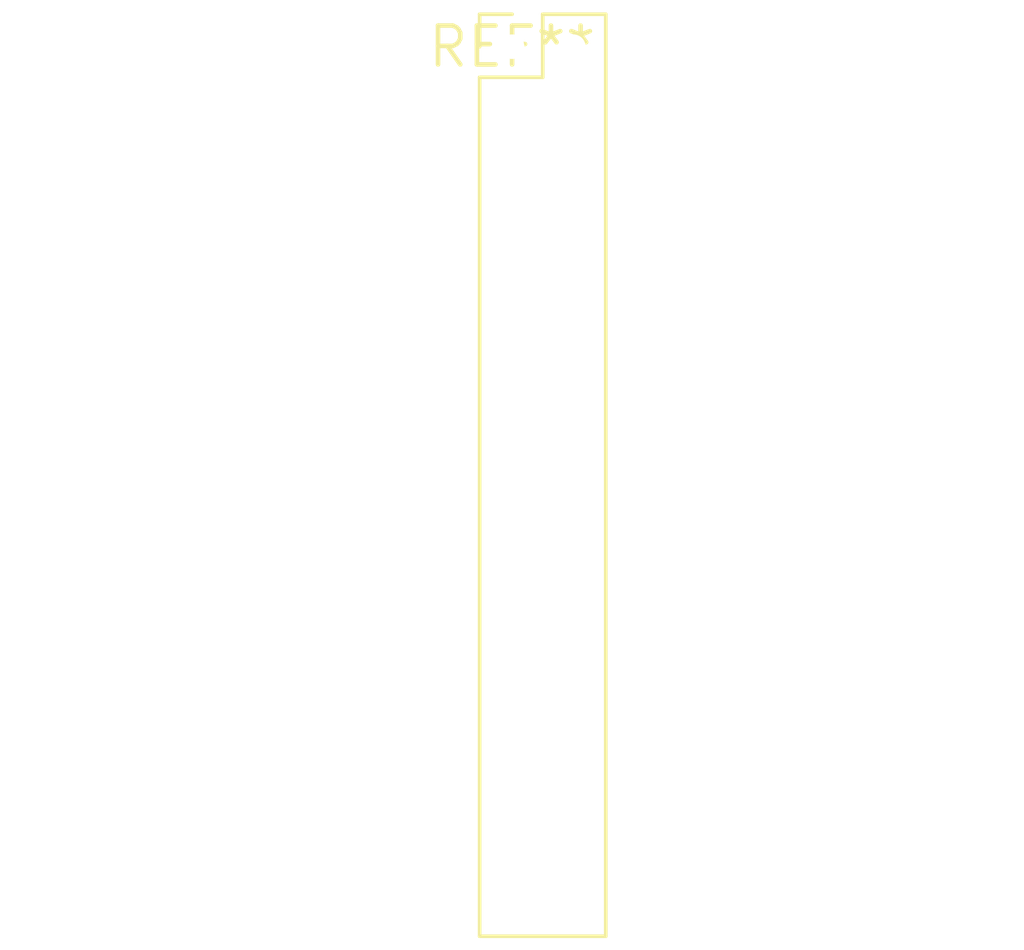
<source format=kicad_pcb>
(kicad_pcb (version 20240108) (generator pcbnew)
  (layers (0 "F.Cu" signal) (31 "B.Cu" signal) (34 "B.Paste" user) (35 "F.Paste" user) (36 "B.SilkS" user "B.Silkscreen") (37 "F.SilkS" user "F.Silkscreen") (38 "B.Mask" user) (39 "F.Mask" user) (44 "Edge.Cuts" user))
  (net 0 "")
  (footprint "PinHeader_2x15_P2.00mm_Vertical" (layer "F.Cu") (at 0 0)
    (property "Reference" "REF**")
    (property "Value" "PinHeader_2x15_P2.00mm_Vertical")
    (fp_line (start -1.06 -1.06) (end 0 -1.06) (layer "F.SilkS") (stroke (width 0.12)))
    (fp_line (start -1.06 0) (end -1.06 -1.06) (layer "F.SilkS") (stroke (width 0.12)))
    (fp_line (start -1.06 1) (end -1.06 29.06) (layer "F.SilkS") (stroke (width 0.12)))
    (fp_line (start -1.06 1) (end 1 1) (layer "F.SilkS") (stroke (width 0.12)))
    (fp_line (start -1.06 29.06) (end 3.06 29.06) (layer "F.SilkS") (stroke (width 0.12)))
    (fp_line (start 1 -1.06) (end 3.06 -1.06) (layer "F.SilkS") (stroke (width 0.12)))
    (fp_line (start 1 1) (end 1 -1.06) (layer "F.SilkS") (stroke (width 0.12)))
    (fp_line (start 3.06 -1.06) (end 3.06 29.06) (layer "F.SilkS") (stroke (width 0.12)))
    (pad "1" thru_hole rect (at 0 0) (size 1.35 1.35) (drill 0.8) (layers *.Cu *.Mask) (remove_unused_layers))
    (pad "2" thru_hole oval (at 2 0) (size 1.35 1.35) (drill 0.8) (layers *.Cu *.Mask) (remove_unused_layers))
    (pad "3" thru_hole oval (at 0 2) (size 1.35 1.35) (drill 0.8) (layers *.Cu *.Mask) (remove_unused_layers))
    (pad "4" thru_hole oval (at 2 2) (size 1.35 1.35) (drill 0.8) (layers *.Cu *.Mask) (remove_unused_layers))
    (pad "5" thru_hole oval (at 0 4) (size 1.35 1.35) (drill 0.8) (layers *.Cu *.Mask) (remove_unused_layers))
    (pad "6" thru_hole oval (at 2 4) (size 1.35 1.35) (drill 0.8) (layers *.Cu *.Mask) (remove_unused_layers))
    (pad "7" thru_hole oval (at 0 6) (size 1.35 1.35) (drill 0.8) (layers *.Cu *.Mask) (remove_unused_layers))
    (pad "8" thru_hole oval (at 2 6) (size 1.35 1.35) (drill 0.8) (layers *.Cu *.Mask) (remove_unused_layers))
    (pad "9" thru_hole oval (at 0 8) (size 1.35 1.35) (drill 0.8) (layers *.Cu *.Mask) (remove_unused_layers))
    (pad "10" thru_hole oval (at 2 8) (size 1.35 1.35) (drill 0.8) (layers *.Cu *.Mask) (remove_unused_layers))
    (pad "11" thru_hole oval (at 0 10) (size 1.35 1.35) (drill 0.8) (layers *.Cu *.Mask) (remove_unused_layers))
    (pad "12" thru_hole oval (at 2 10) (size 1.35 1.35) (drill 0.8) (layers *.Cu *.Mask) (remove_unused_layers))
    (pad "13" thru_hole oval (at 0 12) (size 1.35 1.35) (drill 0.8) (layers *.Cu *.Mask) (remove_unused_layers))
    (pad "14" thru_hole oval (at 2 12) (size 1.35 1.35) (drill 0.8) (layers *.Cu *.Mask) (remove_unused_layers))
    (pad "15" thru_hole oval (at 0 14) (size 1.35 1.35) (drill 0.8) (layers *.Cu *.Mask) (remove_unused_layers))
    (pad "16" thru_hole oval (at 2 14) (size 1.35 1.35) (drill 0.8) (layers *.Cu *.Mask) (remove_unused_layers))
    (pad "17" thru_hole oval (at 0 16) (size 1.35 1.35) (drill 0.8) (layers *.Cu *.Mask) (remove_unused_layers))
    (pad "18" thru_hole oval (at 2 16) (size 1.35 1.35) (drill 0.8) (layers *.Cu *.Mask) (remove_unused_layers))
    (pad "19" thru_hole oval (at 0 18) (size 1.35 1.35) (drill 0.8) (layers *.Cu *.Mask) (remove_unused_layers))
    (pad "20" thru_hole oval (at 2 18) (size 1.35 1.35) (drill 0.8) (layers *.Cu *.Mask) (remove_unused_layers))
    (pad "21" thru_hole oval (at 0 20) (size 1.35 1.35) (drill 0.8) (layers *.Cu *.Mask) (remove_unused_layers))
    (pad "22" thru_hole oval (at 2 20) (size 1.35 1.35) (drill 0.8) (layers *.Cu *.Mask) (remove_unused_layers))
    (pad "23" thru_hole oval (at 0 22) (size 1.35 1.35) (drill 0.8) (layers *.Cu *.Mask) (remove_unused_layers))
    (pad "24" thru_hole oval (at 2 22) (size 1.35 1.35) (drill 0.8) (layers *.Cu *.Mask) (remove_unused_layers))
    (pad "25" thru_hole oval (at 0 24) (size 1.35 1.35) (drill 0.8) (layers *.Cu *.Mask) (remove_unused_layers))
    (pad "26" thru_hole oval (at 2 24) (size 1.35 1.35) (drill 0.8) (layers *.Cu *.Mask) (remove_unused_layers))
    (pad "27" thru_hole oval (at 0 26) (size 1.35 1.35) (drill 0.8) (layers *.Cu *.Mask) (remove_unused_layers))
    (pad "28" thru_hole oval (at 2 26) (size 1.35 1.35) (drill 0.8) (layers *.Cu *.Mask) (remove_unused_layers))
    (pad "29" thru_hole oval (at 0 28) (size 1.35 1.35) (drill 0.8) (layers *.Cu *.Mask) (remove_unused_layers))
    (pad "30" thru_hole oval (at 2 28) (size 1.35 1.35) (drill 0.8) (layers *.Cu *.Mask) (remove_unused_layers))
  )
)
</source>
